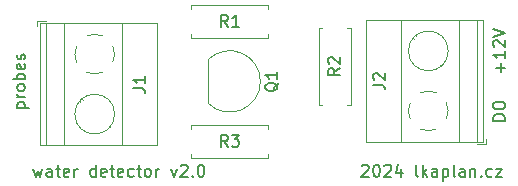
<source format=gbr>
%TF.GenerationSoftware,KiCad,Pcbnew,6.0.11+dfsg-1~bpo11+1*%
%TF.CreationDate,2024-04-09T07:09:36+02:00*%
%TF.ProjectId,water detector2,77617465-7220-4646-9574-6563746f7232,0*%
%TF.SameCoordinates,Original*%
%TF.FileFunction,Legend,Top*%
%TF.FilePolarity,Positive*%
%FSLAX46Y46*%
G04 Gerber Fmt 4.6, Leading zero omitted, Abs format (unit mm)*
G04 Created by KiCad (PCBNEW 6.0.11+dfsg-1~bpo11+1) date 2024-04-09 07:09:36*
%MOMM*%
%LPD*%
G01*
G04 APERTURE LIST*
%ADD10C,0.150000*%
%ADD11C,0.120000*%
G04 APERTURE END LIST*
D10*
X128341428Y-58911904D02*
X128341428Y-58150000D01*
X128722380Y-58530952D02*
X127960476Y-58530952D01*
X128722380Y-57150000D02*
X128722380Y-57721428D01*
X128722380Y-57435714D02*
X127722380Y-57435714D01*
X127865238Y-57530952D01*
X127960476Y-57626190D01*
X128008095Y-57721428D01*
X127817619Y-56769047D02*
X127770000Y-56721428D01*
X127722380Y-56626190D01*
X127722380Y-56388095D01*
X127770000Y-56292857D01*
X127817619Y-56245238D01*
X127912857Y-56197619D01*
X128008095Y-56197619D01*
X128150952Y-56245238D01*
X128722380Y-56816666D01*
X128722380Y-56197619D01*
X127722380Y-55911904D02*
X128722380Y-55578571D01*
X127722380Y-55245238D01*
X88790952Y-67095714D02*
X88981428Y-67762380D01*
X89171904Y-67286190D01*
X89362380Y-67762380D01*
X89552857Y-67095714D01*
X90362380Y-67762380D02*
X90362380Y-67238571D01*
X90314761Y-67143333D01*
X90219523Y-67095714D01*
X90029047Y-67095714D01*
X89933809Y-67143333D01*
X90362380Y-67714761D02*
X90267142Y-67762380D01*
X90029047Y-67762380D01*
X89933809Y-67714761D01*
X89886190Y-67619523D01*
X89886190Y-67524285D01*
X89933809Y-67429047D01*
X90029047Y-67381428D01*
X90267142Y-67381428D01*
X90362380Y-67333809D01*
X90695714Y-67095714D02*
X91076666Y-67095714D01*
X90838571Y-66762380D02*
X90838571Y-67619523D01*
X90886190Y-67714761D01*
X90981428Y-67762380D01*
X91076666Y-67762380D01*
X91790952Y-67714761D02*
X91695714Y-67762380D01*
X91505238Y-67762380D01*
X91410000Y-67714761D01*
X91362380Y-67619523D01*
X91362380Y-67238571D01*
X91410000Y-67143333D01*
X91505238Y-67095714D01*
X91695714Y-67095714D01*
X91790952Y-67143333D01*
X91838571Y-67238571D01*
X91838571Y-67333809D01*
X91362380Y-67429047D01*
X92267142Y-67762380D02*
X92267142Y-67095714D01*
X92267142Y-67286190D02*
X92314761Y-67190952D01*
X92362380Y-67143333D01*
X92457619Y-67095714D01*
X92552857Y-67095714D01*
X94076666Y-67762380D02*
X94076666Y-66762380D01*
X94076666Y-67714761D02*
X93981428Y-67762380D01*
X93790952Y-67762380D01*
X93695714Y-67714761D01*
X93648095Y-67667142D01*
X93600476Y-67571904D01*
X93600476Y-67286190D01*
X93648095Y-67190952D01*
X93695714Y-67143333D01*
X93790952Y-67095714D01*
X93981428Y-67095714D01*
X94076666Y-67143333D01*
X94933809Y-67714761D02*
X94838571Y-67762380D01*
X94648095Y-67762380D01*
X94552857Y-67714761D01*
X94505238Y-67619523D01*
X94505238Y-67238571D01*
X94552857Y-67143333D01*
X94648095Y-67095714D01*
X94838571Y-67095714D01*
X94933809Y-67143333D01*
X94981428Y-67238571D01*
X94981428Y-67333809D01*
X94505238Y-67429047D01*
X95267142Y-67095714D02*
X95648095Y-67095714D01*
X95410000Y-66762380D02*
X95410000Y-67619523D01*
X95457619Y-67714761D01*
X95552857Y-67762380D01*
X95648095Y-67762380D01*
X96362380Y-67714761D02*
X96267142Y-67762380D01*
X96076666Y-67762380D01*
X95981428Y-67714761D01*
X95933809Y-67619523D01*
X95933809Y-67238571D01*
X95981428Y-67143333D01*
X96076666Y-67095714D01*
X96267142Y-67095714D01*
X96362380Y-67143333D01*
X96410000Y-67238571D01*
X96410000Y-67333809D01*
X95933809Y-67429047D01*
X97267142Y-67714761D02*
X97171904Y-67762380D01*
X96981428Y-67762380D01*
X96886190Y-67714761D01*
X96838571Y-67667142D01*
X96790952Y-67571904D01*
X96790952Y-67286190D01*
X96838571Y-67190952D01*
X96886190Y-67143333D01*
X96981428Y-67095714D01*
X97171904Y-67095714D01*
X97267142Y-67143333D01*
X97552857Y-67095714D02*
X97933809Y-67095714D01*
X97695714Y-66762380D02*
X97695714Y-67619523D01*
X97743333Y-67714761D01*
X97838571Y-67762380D01*
X97933809Y-67762380D01*
X98410000Y-67762380D02*
X98314761Y-67714761D01*
X98267142Y-67667142D01*
X98219523Y-67571904D01*
X98219523Y-67286190D01*
X98267142Y-67190952D01*
X98314761Y-67143333D01*
X98410000Y-67095714D01*
X98552857Y-67095714D01*
X98648095Y-67143333D01*
X98695714Y-67190952D01*
X98743333Y-67286190D01*
X98743333Y-67571904D01*
X98695714Y-67667142D01*
X98648095Y-67714761D01*
X98552857Y-67762380D01*
X98410000Y-67762380D01*
X99171904Y-67762380D02*
X99171904Y-67095714D01*
X99171904Y-67286190D02*
X99219523Y-67190952D01*
X99267142Y-67143333D01*
X99362380Y-67095714D01*
X99457619Y-67095714D01*
X100457619Y-67095714D02*
X100695714Y-67762380D01*
X100933809Y-67095714D01*
X101267142Y-66857619D02*
X101314761Y-66810000D01*
X101410000Y-66762380D01*
X101648095Y-66762380D01*
X101743333Y-66810000D01*
X101790952Y-66857619D01*
X101838571Y-66952857D01*
X101838571Y-67048095D01*
X101790952Y-67190952D01*
X101219523Y-67762380D01*
X101838571Y-67762380D01*
X102267142Y-67667142D02*
X102314761Y-67714761D01*
X102267142Y-67762380D01*
X102219523Y-67714761D01*
X102267142Y-67667142D01*
X102267142Y-67762380D01*
X102933809Y-66762380D02*
X103029047Y-66762380D01*
X103124285Y-66810000D01*
X103171904Y-66857619D01*
X103219523Y-66952857D01*
X103267142Y-67143333D01*
X103267142Y-67381428D01*
X103219523Y-67571904D01*
X103171904Y-67667142D01*
X103124285Y-67714761D01*
X103029047Y-67762380D01*
X102933809Y-67762380D01*
X102838571Y-67714761D01*
X102790952Y-67667142D01*
X102743333Y-67571904D01*
X102695714Y-67381428D01*
X102695714Y-67143333D01*
X102743333Y-66952857D01*
X102790952Y-66857619D01*
X102838571Y-66810000D01*
X102933809Y-66762380D01*
X116600476Y-66857619D02*
X116648095Y-66810000D01*
X116743333Y-66762380D01*
X116981428Y-66762380D01*
X117076666Y-66810000D01*
X117124285Y-66857619D01*
X117171904Y-66952857D01*
X117171904Y-67048095D01*
X117124285Y-67190952D01*
X116552857Y-67762380D01*
X117171904Y-67762380D01*
X117790952Y-66762380D02*
X117886190Y-66762380D01*
X117981428Y-66810000D01*
X118029047Y-66857619D01*
X118076666Y-66952857D01*
X118124285Y-67143333D01*
X118124285Y-67381428D01*
X118076666Y-67571904D01*
X118029047Y-67667142D01*
X117981428Y-67714761D01*
X117886190Y-67762380D01*
X117790952Y-67762380D01*
X117695714Y-67714761D01*
X117648095Y-67667142D01*
X117600476Y-67571904D01*
X117552857Y-67381428D01*
X117552857Y-67143333D01*
X117600476Y-66952857D01*
X117648095Y-66857619D01*
X117695714Y-66810000D01*
X117790952Y-66762380D01*
X118505238Y-66857619D02*
X118552857Y-66810000D01*
X118648095Y-66762380D01*
X118886190Y-66762380D01*
X118981428Y-66810000D01*
X119029047Y-66857619D01*
X119076666Y-66952857D01*
X119076666Y-67048095D01*
X119029047Y-67190952D01*
X118457619Y-67762380D01*
X119076666Y-67762380D01*
X119933809Y-67095714D02*
X119933809Y-67762380D01*
X119695714Y-66714761D02*
X119457619Y-67429047D01*
X120076666Y-67429047D01*
X121362380Y-67762380D02*
X121267142Y-67714761D01*
X121219523Y-67619523D01*
X121219523Y-66762380D01*
X121743333Y-67762380D02*
X121743333Y-66762380D01*
X121838571Y-67381428D02*
X122124285Y-67762380D01*
X122124285Y-67095714D02*
X121743333Y-67476666D01*
X122981428Y-67762380D02*
X122981428Y-67238571D01*
X122933809Y-67143333D01*
X122838571Y-67095714D01*
X122648095Y-67095714D01*
X122552857Y-67143333D01*
X122981428Y-67714761D02*
X122886190Y-67762380D01*
X122648095Y-67762380D01*
X122552857Y-67714761D01*
X122505238Y-67619523D01*
X122505238Y-67524285D01*
X122552857Y-67429047D01*
X122648095Y-67381428D01*
X122886190Y-67381428D01*
X122981428Y-67333809D01*
X123457619Y-67095714D02*
X123457619Y-68095714D01*
X123457619Y-67143333D02*
X123552857Y-67095714D01*
X123743333Y-67095714D01*
X123838571Y-67143333D01*
X123886190Y-67190952D01*
X123933809Y-67286190D01*
X123933809Y-67571904D01*
X123886190Y-67667142D01*
X123838571Y-67714761D01*
X123743333Y-67762380D01*
X123552857Y-67762380D01*
X123457619Y-67714761D01*
X124505238Y-67762380D02*
X124409999Y-67714761D01*
X124362380Y-67619523D01*
X124362380Y-66762380D01*
X125314761Y-67762380D02*
X125314761Y-67238571D01*
X125267142Y-67143333D01*
X125171904Y-67095714D01*
X124981428Y-67095714D01*
X124886190Y-67143333D01*
X125314761Y-67714761D02*
X125219523Y-67762380D01*
X124981428Y-67762380D01*
X124886190Y-67714761D01*
X124838571Y-67619523D01*
X124838571Y-67524285D01*
X124886190Y-67429047D01*
X124981428Y-67381428D01*
X125219523Y-67381428D01*
X125314761Y-67333809D01*
X125790952Y-67095714D02*
X125790952Y-67762380D01*
X125790952Y-67190952D02*
X125838571Y-67143333D01*
X125933809Y-67095714D01*
X126076666Y-67095714D01*
X126171904Y-67143333D01*
X126219523Y-67238571D01*
X126219523Y-67762380D01*
X126695714Y-67667142D02*
X126743333Y-67714761D01*
X126695714Y-67762380D01*
X126648095Y-67714761D01*
X126695714Y-67667142D01*
X126695714Y-67762380D01*
X127600476Y-67714761D02*
X127505238Y-67762380D01*
X127314761Y-67762380D01*
X127219523Y-67714761D01*
X127171904Y-67667142D01*
X127124285Y-67571904D01*
X127124285Y-67286190D01*
X127171904Y-67190952D01*
X127219523Y-67143333D01*
X127314761Y-67095714D01*
X127505238Y-67095714D01*
X127600476Y-67143333D01*
X127933809Y-67095714D02*
X128457619Y-67095714D01*
X127933809Y-67762380D01*
X128457619Y-67762380D01*
X87415714Y-61951904D02*
X88415714Y-61951904D01*
X87463333Y-61951904D02*
X87415714Y-61856666D01*
X87415714Y-61666190D01*
X87463333Y-61570952D01*
X87510952Y-61523333D01*
X87606190Y-61475714D01*
X87891904Y-61475714D01*
X87987142Y-61523333D01*
X88034761Y-61570952D01*
X88082380Y-61666190D01*
X88082380Y-61856666D01*
X88034761Y-61951904D01*
X88082380Y-61047142D02*
X87415714Y-61047142D01*
X87606190Y-61047142D02*
X87510952Y-60999523D01*
X87463333Y-60951904D01*
X87415714Y-60856666D01*
X87415714Y-60761428D01*
X88082380Y-60285238D02*
X88034761Y-60380476D01*
X87987142Y-60428095D01*
X87891904Y-60475714D01*
X87606190Y-60475714D01*
X87510952Y-60428095D01*
X87463333Y-60380476D01*
X87415714Y-60285238D01*
X87415714Y-60142380D01*
X87463333Y-60047142D01*
X87510952Y-59999523D01*
X87606190Y-59951904D01*
X87891904Y-59951904D01*
X87987142Y-59999523D01*
X88034761Y-60047142D01*
X88082380Y-60142380D01*
X88082380Y-60285238D01*
X88082380Y-59523333D02*
X87082380Y-59523333D01*
X87463333Y-59523333D02*
X87415714Y-59428095D01*
X87415714Y-59237619D01*
X87463333Y-59142380D01*
X87510952Y-59094761D01*
X87606190Y-59047142D01*
X87891904Y-59047142D01*
X87987142Y-59094761D01*
X88034761Y-59142380D01*
X88082380Y-59237619D01*
X88082380Y-59428095D01*
X88034761Y-59523333D01*
X88034761Y-58237619D02*
X88082380Y-58332857D01*
X88082380Y-58523333D01*
X88034761Y-58618571D01*
X87939523Y-58666190D01*
X87558571Y-58666190D01*
X87463333Y-58618571D01*
X87415714Y-58523333D01*
X87415714Y-58332857D01*
X87463333Y-58237619D01*
X87558571Y-58190000D01*
X87653809Y-58190000D01*
X87749047Y-58666190D01*
X88034761Y-57809047D02*
X88082380Y-57713809D01*
X88082380Y-57523333D01*
X88034761Y-57428095D01*
X87939523Y-57380476D01*
X87891904Y-57380476D01*
X87796666Y-57428095D01*
X87749047Y-57523333D01*
X87749047Y-57666190D01*
X87701428Y-57761428D01*
X87606190Y-57809047D01*
X87558571Y-57809047D01*
X87463333Y-57761428D01*
X87415714Y-57666190D01*
X87415714Y-57523333D01*
X87463333Y-57428095D01*
X128722380Y-63015714D02*
X127722380Y-63015714D01*
X127722380Y-62777619D01*
X127770000Y-62634761D01*
X127865238Y-62539523D01*
X127960476Y-62491904D01*
X128150952Y-62444285D01*
X128293809Y-62444285D01*
X128484285Y-62491904D01*
X128579523Y-62539523D01*
X128674761Y-62634761D01*
X128722380Y-62777619D01*
X128722380Y-63015714D01*
X127722380Y-61825238D02*
X127722380Y-61634761D01*
X127770000Y-61539523D01*
X127865238Y-61444285D01*
X128055714Y-61396666D01*
X128389047Y-61396666D01*
X128579523Y-61444285D01*
X128674761Y-61539523D01*
X128722380Y-61634761D01*
X128722380Y-61825238D01*
X128674761Y-61920476D01*
X128579523Y-62015714D01*
X128389047Y-62063333D01*
X128055714Y-62063333D01*
X127865238Y-62015714D01*
X127770000Y-61920476D01*
X127722380Y-61825238D01*
%TO.C,R3*%
X105243333Y-65222380D02*
X104910000Y-64746190D01*
X104671904Y-65222380D02*
X104671904Y-64222380D01*
X105052857Y-64222380D01*
X105148095Y-64270000D01*
X105195714Y-64317619D01*
X105243333Y-64412857D01*
X105243333Y-64555714D01*
X105195714Y-64650952D01*
X105148095Y-64698571D01*
X105052857Y-64746190D01*
X104671904Y-64746190D01*
X105576666Y-64222380D02*
X106195714Y-64222380D01*
X105862380Y-64603333D01*
X106005238Y-64603333D01*
X106100476Y-64650952D01*
X106148095Y-64698571D01*
X106195714Y-64793809D01*
X106195714Y-65031904D01*
X106148095Y-65127142D01*
X106100476Y-65174761D01*
X106005238Y-65222380D01*
X105719523Y-65222380D01*
X105624285Y-65174761D01*
X105576666Y-65127142D01*
%TO.C,J1*%
X97242380Y-60253333D02*
X97956666Y-60253333D01*
X98099523Y-60300952D01*
X98194761Y-60396190D01*
X98242380Y-60539047D01*
X98242380Y-60634285D01*
X98242380Y-59253333D02*
X98242380Y-59824761D01*
X98242380Y-59539047D02*
X97242380Y-59539047D01*
X97385238Y-59634285D01*
X97480476Y-59729523D01*
X97528095Y-59824761D01*
%TO.C,Q1*%
X109517619Y-59785238D02*
X109470000Y-59880476D01*
X109374761Y-59975714D01*
X109231904Y-60118571D01*
X109184285Y-60213809D01*
X109184285Y-60309047D01*
X109422380Y-60261428D02*
X109374761Y-60356666D01*
X109279523Y-60451904D01*
X109089047Y-60499523D01*
X108755714Y-60499523D01*
X108565238Y-60451904D01*
X108470000Y-60356666D01*
X108422380Y-60261428D01*
X108422380Y-60070952D01*
X108470000Y-59975714D01*
X108565238Y-59880476D01*
X108755714Y-59832857D01*
X109089047Y-59832857D01*
X109279523Y-59880476D01*
X109374761Y-59975714D01*
X109422380Y-60070952D01*
X109422380Y-60261428D01*
X109422380Y-58880476D02*
X109422380Y-59451904D01*
X109422380Y-59166190D02*
X108422380Y-59166190D01*
X108565238Y-59261428D01*
X108660476Y-59356666D01*
X108708095Y-59451904D01*
%TO.C,J2*%
X117562380Y-59983333D02*
X118276666Y-59983333D01*
X118419523Y-60030952D01*
X118514761Y-60126190D01*
X118562380Y-60269047D01*
X118562380Y-60364285D01*
X117657619Y-59554761D02*
X117610000Y-59507142D01*
X117562380Y-59411904D01*
X117562380Y-59173809D01*
X117610000Y-59078571D01*
X117657619Y-59030952D01*
X117752857Y-58983333D01*
X117848095Y-58983333D01*
X117990952Y-59030952D01*
X118562380Y-59602380D01*
X118562380Y-58983333D01*
%TO.C,R1*%
X105243333Y-55062380D02*
X104910000Y-54586190D01*
X104671904Y-55062380D02*
X104671904Y-54062380D01*
X105052857Y-54062380D01*
X105148095Y-54110000D01*
X105195714Y-54157619D01*
X105243333Y-54252857D01*
X105243333Y-54395714D01*
X105195714Y-54490952D01*
X105148095Y-54538571D01*
X105052857Y-54586190D01*
X104671904Y-54586190D01*
X106195714Y-55062380D02*
X105624285Y-55062380D01*
X105910000Y-55062380D02*
X105910000Y-54062380D01*
X105814761Y-54205238D01*
X105719523Y-54300476D01*
X105624285Y-54348095D01*
%TO.C,R2*%
X114752380Y-58586666D02*
X114276190Y-58920000D01*
X114752380Y-59158095D02*
X113752380Y-59158095D01*
X113752380Y-58777142D01*
X113800000Y-58681904D01*
X113847619Y-58634285D01*
X113942857Y-58586666D01*
X114085714Y-58586666D01*
X114180952Y-58634285D01*
X114228571Y-58681904D01*
X114276190Y-58777142D01*
X114276190Y-59158095D01*
X113847619Y-58205714D02*
X113800000Y-58158095D01*
X113752380Y-58062857D01*
X113752380Y-57824761D01*
X113800000Y-57729523D01*
X113847619Y-57681904D01*
X113942857Y-57634285D01*
X114038095Y-57634285D01*
X114180952Y-57681904D01*
X114752380Y-58253333D01*
X114752380Y-57634285D01*
D11*
%TO.C,R3*%
X102140000Y-63730000D02*
X102140000Y-63400000D01*
X102140000Y-63400000D02*
X108680000Y-63400000D01*
X102140000Y-66140000D02*
X108680000Y-66140000D01*
X108680000Y-66140000D02*
X108680000Y-65810000D01*
X108680000Y-63400000D02*
X108680000Y-63730000D01*
X102140000Y-65810000D02*
X102140000Y-66140000D01*
%TO.C,J1*%
X99241000Y-54780000D02*
X89320000Y-54780000D01*
X96281000Y-54780000D02*
X96281000Y-65060000D01*
X95049000Y-63735000D02*
X95003000Y-63688000D01*
X99241000Y-65060000D02*
X89320000Y-65060000D01*
X95255000Y-63530000D02*
X95219000Y-63495000D01*
X92957000Y-61233000D02*
X92911000Y-61186000D01*
X89820000Y-54540000D02*
X89080000Y-54540000D01*
X89880000Y-54780000D02*
X89880000Y-65060000D01*
X89080000Y-54540000D02*
X89080000Y-55040000D01*
X99241000Y-54780000D02*
X99241000Y-65060000D01*
X92741000Y-61426000D02*
X92706000Y-61391000D01*
X89320000Y-54780000D02*
X89320000Y-65060000D01*
X91380000Y-54780000D02*
X91380000Y-65060000D01*
X95515000Y-58064000D02*
G75*
G03*
X95515427Y-56696958I-1534993J684001D01*
G01*
X92445000Y-56696000D02*
G75*
G03*
X92299747Y-57408805I1535001J-683999D01*
G01*
X93296000Y-58915001D02*
G75*
G03*
X94663042Y-58915427I684000J1535001D01*
G01*
X94664000Y-55845000D02*
G75*
G03*
X93296958Y-55844573I-684001J-1534993D01*
G01*
X92300000Y-57380000D02*
G75*
G03*
X92445244Y-58063318I1680000J0D01*
G01*
X95660000Y-62460000D02*
G75*
G03*
X95660000Y-62460000I-1680000J0D01*
G01*
%TO.C,Q1*%
X103560000Y-57890000D02*
X103560000Y-61490000D01*
X103571522Y-61528478D02*
G75*
G03*
X108010000Y-59690000I1838478J1838478D01*
G01*
X108010001Y-59690000D02*
G75*
G03*
X103571522Y-57851522I-2600001J0D01*
G01*
%TO.C,J2*%
X123464000Y-58144000D02*
X123499000Y-58179000D01*
X126385000Y-65030000D02*
X127125000Y-65030000D01*
X116964000Y-64790000D02*
X126885000Y-64790000D01*
X127125000Y-65030000D02*
X127125000Y-64530000D01*
X126325000Y-64790000D02*
X126325000Y-54510000D01*
X121156000Y-55835000D02*
X121202000Y-55882000D01*
X123248000Y-58337000D02*
X123294000Y-58384000D01*
X126885000Y-64790000D02*
X126885000Y-54510000D01*
X116964000Y-54510000D02*
X126885000Y-54510000D01*
X120950000Y-56040000D02*
X120986000Y-56075000D01*
X119924000Y-64790000D02*
X119924000Y-54510000D01*
X124825000Y-64790000D02*
X124825000Y-54510000D01*
X116964000Y-64790000D02*
X116964000Y-54510000D01*
X122909000Y-60654999D02*
G75*
G03*
X121541958Y-60654573I-684000J-1535001D01*
G01*
X120690000Y-61506000D02*
G75*
G03*
X120689573Y-62873042I1534993J-684001D01*
G01*
X123905000Y-62190000D02*
G75*
G03*
X123759756Y-61506682I-1680000J0D01*
G01*
X123760000Y-62874000D02*
G75*
G03*
X123905253Y-62161195I-1535001J683999D01*
G01*
X121541000Y-63725000D02*
G75*
G03*
X122908042Y-63725427I684001J1534993D01*
G01*
X123905000Y-57110000D02*
G75*
G03*
X123905000Y-57110000I-1680000J0D01*
G01*
%TO.C,R1*%
X108680000Y-53570000D02*
X108680000Y-53240000D01*
X108680000Y-55980000D02*
X102140000Y-55980000D01*
X102140000Y-55980000D02*
X102140000Y-55650000D01*
X108680000Y-55650000D02*
X108680000Y-55980000D01*
X108680000Y-53240000D02*
X102140000Y-53240000D01*
X102140000Y-53240000D02*
X102140000Y-53570000D01*
%TO.C,R2*%
X113260000Y-55150000D02*
X112930000Y-55150000D01*
X115340000Y-55150000D02*
X115670000Y-55150000D01*
X112930000Y-61690000D02*
X113260000Y-61690000D01*
X115670000Y-61690000D02*
X115340000Y-61690000D01*
X112930000Y-55150000D02*
X112930000Y-61690000D01*
X115670000Y-55150000D02*
X115670000Y-61690000D01*
%TD*%
M02*

</source>
